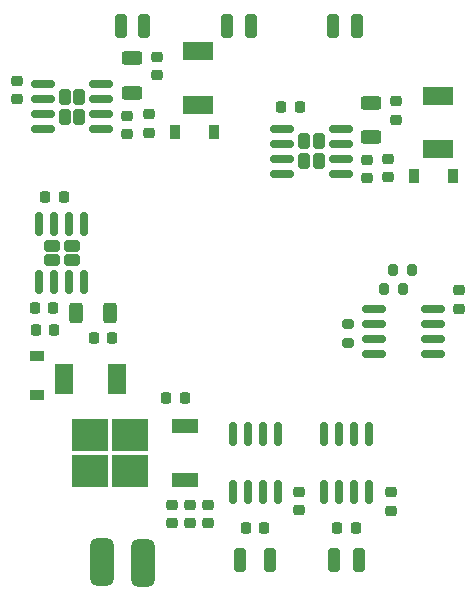
<source format=gtp>
%TF.GenerationSoftware,KiCad,Pcbnew,(5.99.0-11336-g5116fa6d12)*%
%TF.CreationDate,2021-07-16T01:16:28+02:00*%
%TF.ProjectId,WS2811_3W,57533238-3131-45f3-9357-2e6b69636164,rev?*%
%TF.SameCoordinates,Original*%
%TF.FileFunction,Paste,Top*%
%TF.FilePolarity,Positive*%
%FSLAX46Y46*%
G04 Gerber Fmt 4.6, Leading zero omitted, Abs format (unit mm)*
G04 Created by KiCad (PCBNEW (5.99.0-11336-g5116fa6d12)) date 2021-07-16 01:16:28*
%MOMM*%
%LPD*%
G01*
G04 APERTURE LIST*
G04 Aperture macros list*
%AMRoundRect*
0 Rectangle with rounded corners*
0 $1 Rounding radius*
0 $2 $3 $4 $5 $6 $7 $8 $9 X,Y pos of 4 corners*
0 Add a 4 corners polygon primitive as box body*
4,1,4,$2,$3,$4,$5,$6,$7,$8,$9,$2,$3,0*
0 Add four circle primitives for the rounded corners*
1,1,$1+$1,$2,$3*
1,1,$1+$1,$4,$5*
1,1,$1+$1,$6,$7*
1,1,$1+$1,$8,$9*
0 Add four rect primitives between the rounded corners*
20,1,$1+$1,$2,$3,$4,$5,0*
20,1,$1+$1,$4,$5,$6,$7,0*
20,1,$1+$1,$6,$7,$8,$9,0*
20,1,$1+$1,$8,$9,$2,$3,0*%
G04 Aperture macros list end*
%ADD10R,2.200000X1.200000*%
%ADD11R,3.050000X2.750000*%
%ADD12R,0.900000X1.200000*%
%ADD13R,1.200000X0.900000*%
%ADD14RoundRect,0.250000X-0.250000X-0.750000X0.250000X-0.750000X0.250000X0.750000X-0.250000X0.750000X0*%
%ADD15RoundRect,0.225000X-0.250000X0.225000X-0.250000X-0.225000X0.250000X-0.225000X0.250000X0.225000X0*%
%ADD16RoundRect,0.225000X0.225000X0.250000X-0.225000X0.250000X-0.225000X-0.250000X0.225000X-0.250000X0*%
%ADD17R,2.500000X1.500000*%
%ADD18RoundRect,0.250000X0.250000X0.750000X-0.250000X0.750000X-0.250000X-0.750000X0.250000X-0.750000X0*%
%ADD19RoundRect,0.225000X0.250000X-0.225000X0.250000X0.225000X-0.250000X0.225000X-0.250000X-0.225000X0*%
%ADD20RoundRect,0.500000X-0.500000X-1.500000X0.500000X-1.500000X0.500000X1.500000X-0.500000X1.500000X0*%
%ADD21RoundRect,0.250000X-0.312500X-0.625000X0.312500X-0.625000X0.312500X0.625000X-0.312500X0.625000X0*%
%ADD22RoundRect,0.242500X-0.422500X0.242500X-0.422500X-0.242500X0.422500X-0.242500X0.422500X0.242500X0*%
%ADD23RoundRect,0.150000X-0.150000X0.825000X-0.150000X-0.825000X0.150000X-0.825000X0.150000X0.825000X0*%
%ADD24RoundRect,0.250000X0.625000X-0.312500X0.625000X0.312500X-0.625000X0.312500X-0.625000X-0.312500X0*%
%ADD25RoundRect,0.225000X-0.225000X-0.250000X0.225000X-0.250000X0.225000X0.250000X-0.225000X0.250000X0*%
%ADD26RoundRect,0.200000X0.200000X0.275000X-0.200000X0.275000X-0.200000X-0.275000X0.200000X-0.275000X0*%
%ADD27R,1.500000X2.500000*%
%ADD28RoundRect,0.242500X-0.242500X-0.422500X0.242500X-0.422500X0.242500X0.422500X-0.242500X0.422500X0*%
%ADD29RoundRect,0.150000X-0.825000X-0.150000X0.825000X-0.150000X0.825000X0.150000X-0.825000X0.150000X0*%
%ADD30RoundRect,0.500000X0.500000X1.500000X-0.500000X1.500000X-0.500000X-1.500000X0.500000X-1.500000X0*%
%ADD31RoundRect,0.200000X0.275000X-0.200000X0.275000X0.200000X-0.275000X0.200000X-0.275000X-0.200000X0*%
G04 APERTURE END LIST*
D10*
%TO.C,U4*%
X88060000Y-102190000D03*
X88060000Y-97630000D03*
D11*
X80085000Y-98385000D03*
X83435000Y-101435000D03*
X80085000Y-101435000D03*
X83435000Y-98385000D03*
%TD*%
D12*
%TO.C,D6*%
X107518401Y-76454799D03*
X110818401Y-76454799D03*
%TD*%
D13*
%TO.C,D5*%
X75539600Y-91669600D03*
X75539600Y-94969600D03*
%TD*%
D12*
%TO.C,D4*%
X87250000Y-72694800D03*
X90550000Y-72694800D03*
%TD*%
D14*
%TO.C,J4*%
X92760800Y-108915200D03*
%TD*%
D15*
%TO.C,C17*%
X103478801Y-75070199D03*
X103478801Y-76620199D03*
%TD*%
D14*
%TO.C,J8*%
X84643999Y-63754000D03*
%TD*%
%TO.C,J3*%
X95250000Y-108915200D03*
%TD*%
D16*
%TO.C,C14*%
X77025800Y-89458800D03*
X75475800Y-89458800D03*
%TD*%
D14*
%TO.C,J12*%
X102643999Y-63754000D03*
%TD*%
D15*
%TO.C,C3*%
X97739200Y-103161800D03*
X97739200Y-104711800D03*
%TD*%
D17*
%TO.C,L1*%
X89204800Y-70372800D03*
X89204800Y-65872800D03*
%TD*%
D18*
%TO.C,J7*%
X82643999Y-63754000D03*
%TD*%
D16*
%TO.C,C15*%
X81902600Y-90119200D03*
X80352600Y-90119200D03*
%TD*%
D14*
%TO.C,J11*%
X100643999Y-63754000D03*
%TD*%
D19*
%TO.C,C2*%
X111302800Y-87643000D03*
X111302800Y-86093000D03*
%TD*%
D15*
%TO.C,C19*%
X105968001Y-70091799D03*
X105968001Y-71641799D03*
%TD*%
%TO.C,C8*%
X88540000Y-104254000D03*
X88540000Y-105804000D03*
%TD*%
D20*
%TO.C,J6*%
X84531200Y-109194600D03*
%TD*%
D21*
%TO.C,R3*%
X78852300Y-87985600D03*
X81777300Y-87985600D03*
%TD*%
D14*
%TO.C,J10*%
X93643999Y-63754000D03*
%TD*%
D15*
%TO.C,C9*%
X90043000Y-104254000D03*
X90043000Y-105804000D03*
%TD*%
%TO.C,C5*%
X86995000Y-104254000D03*
X86995000Y-105804000D03*
%TD*%
D22*
%TO.C,U6*%
X78498200Y-82356400D03*
X78498200Y-83556400D03*
X76848200Y-83556400D03*
X76848200Y-82356400D03*
D23*
X79578200Y-80481400D03*
X78308200Y-80481400D03*
X77038200Y-80481400D03*
X75768200Y-80481400D03*
X75768200Y-85431400D03*
X77038200Y-85431400D03*
X78308200Y-85431400D03*
X79578200Y-85431400D03*
%TD*%
D24*
%TO.C,R5*%
X103834401Y-73142099D03*
X103834401Y-70217099D03*
%TD*%
D16*
%TO.C,R1*%
X102527400Y-106222800D03*
X100977400Y-106222800D03*
%TD*%
%TO.C,C12*%
X77813200Y-78181200D03*
X76263200Y-78181200D03*
%TD*%
D25*
%TO.C,C16*%
X96253000Y-70612000D03*
X97803000Y-70612000D03*
%TD*%
D26*
%TO.C,R7*%
X107352600Y-84378800D03*
X105702600Y-84378800D03*
%TD*%
D16*
%TO.C,C13*%
X76924200Y-87630000D03*
X75374200Y-87630000D03*
%TD*%
D27*
%TO.C,L2*%
X77861600Y-93624400D03*
X82361600Y-93624400D03*
%TD*%
D15*
%TO.C,C6*%
X83210400Y-71310200D03*
X83210400Y-72860200D03*
%TD*%
D23*
%TO.C,U3*%
X95986600Y-98261400D03*
X94716600Y-98261400D03*
X93446600Y-98261400D03*
X92176600Y-98261400D03*
X92176600Y-103211400D03*
X93446600Y-103211400D03*
X94716600Y-103211400D03*
X95986600Y-103211400D03*
%TD*%
D28*
%TO.C,U7*%
X98205201Y-73496199D03*
X99405201Y-73496199D03*
X98205201Y-75146199D03*
X99405201Y-75146199D03*
D29*
X96330201Y-72416199D03*
X96330201Y-73686199D03*
X96330201Y-74956199D03*
X96330201Y-76226199D03*
X101280201Y-76226199D03*
X101280201Y-74956199D03*
X101280201Y-73686199D03*
X101280201Y-72416199D03*
%TD*%
D30*
%TO.C,J5*%
X81102200Y-109143800D03*
%TD*%
D15*
%TO.C,C1*%
X105562400Y-103212600D03*
X105562400Y-104762600D03*
%TD*%
D18*
%TO.C,J2*%
X100685600Y-108915200D03*
%TD*%
D15*
%TO.C,C11*%
X85039200Y-71208600D03*
X85039200Y-72758600D03*
%TD*%
D16*
%TO.C,R2*%
X94805800Y-106222800D03*
X93255800Y-106222800D03*
%TD*%
D28*
%TO.C,U5*%
X77936800Y-69736200D03*
X79136800Y-69736200D03*
X79136800Y-71386200D03*
X77936800Y-71386200D03*
D29*
X76061800Y-68656200D03*
X76061800Y-69926200D03*
X76061800Y-71196200D03*
X76061800Y-72466200D03*
X81011800Y-72466200D03*
X81011800Y-71196200D03*
X81011800Y-69926200D03*
X81011800Y-68656200D03*
%TD*%
D24*
%TO.C,R4*%
X83566000Y-69382100D03*
X83566000Y-66457100D03*
%TD*%
D19*
%TO.C,C4*%
X73863200Y-69913800D03*
X73863200Y-68363800D03*
%TD*%
D15*
%TO.C,C7*%
X85699600Y-66331800D03*
X85699600Y-67881800D03*
%TD*%
D23*
%TO.C,U1*%
X103708200Y-98261400D03*
X102438200Y-98261400D03*
X101168200Y-98261400D03*
X99898200Y-98261400D03*
X99898200Y-103211400D03*
X101168200Y-103211400D03*
X102438200Y-103211400D03*
X103708200Y-103211400D03*
%TD*%
D16*
%TO.C,C10*%
X88049400Y-95250000D03*
X86499400Y-95250000D03*
%TD*%
D29*
%TO.C,U2*%
X104103400Y-87706200D03*
X104103400Y-88976200D03*
X104103400Y-90246200D03*
X104103400Y-91516200D03*
X109053400Y-91516200D03*
X109053400Y-90246200D03*
X109053400Y-88976200D03*
X109053400Y-87706200D03*
%TD*%
D17*
%TO.C,L3*%
X109473201Y-74132799D03*
X109473201Y-69632799D03*
%TD*%
D14*
%TO.C,J1*%
X102819200Y-108915200D03*
%TD*%
D26*
%TO.C,R6*%
X106590600Y-85953600D03*
X104940600Y-85953600D03*
%TD*%
D18*
%TO.C,J9*%
X91643999Y-63754000D03*
%TD*%
D31*
%TO.C,R8*%
X101854000Y-90588600D03*
X101854000Y-88938600D03*
%TD*%
D15*
%TO.C,C18*%
X105307601Y-74968599D03*
X105307601Y-76518599D03*
%TD*%
M02*

</source>
